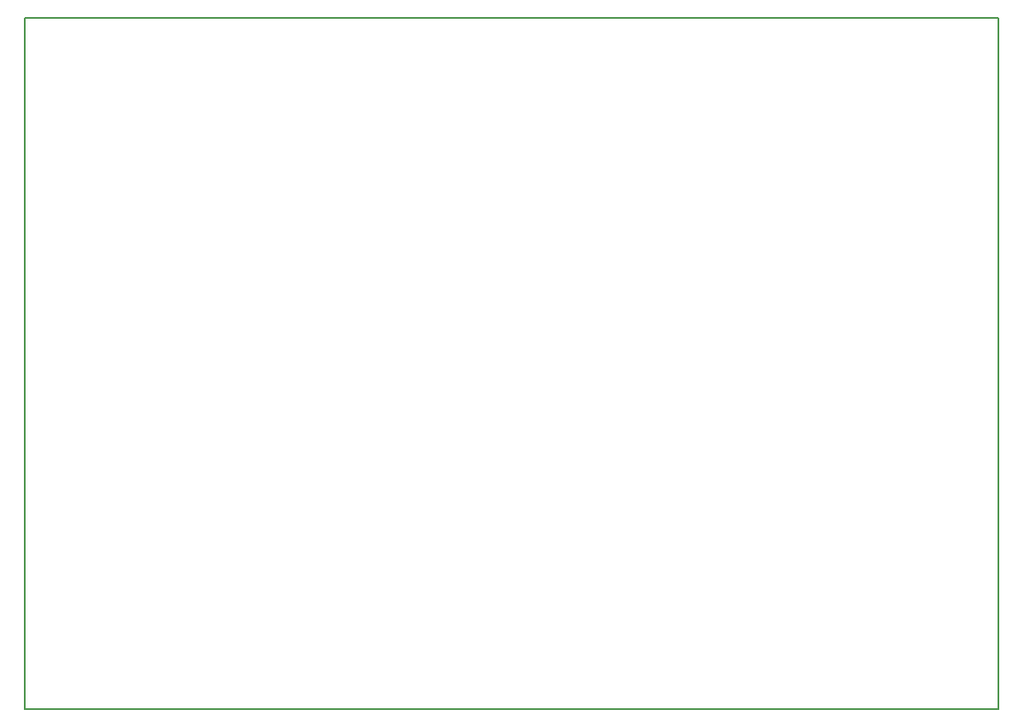
<source format=gm1>
G04 #@! TF.GenerationSoftware,KiCad,Pcbnew,(5.1.0-0)*
G04 #@! TF.CreationDate,2019-04-07T15:46:55-04:00*
G04 #@! TF.ProjectId,Sonocto,536f6e6f-6374-46f2-9e6b-696361645f70,rev?*
G04 #@! TF.SameCoordinates,Original*
G04 #@! TF.FileFunction,Profile,NP*
%FSLAX46Y46*%
G04 Gerber Fmt 4.6, Leading zero omitted, Abs format (unit mm)*
G04 Created by KiCad (PCBNEW (5.1.0-0)) date 2019-04-07 15:46:55*
%MOMM*%
%LPD*%
G04 APERTURE LIST*
%ADD10C,0.150000*%
G04 APERTURE END LIST*
D10*
X187960000Y-55880000D02*
X91440000Y-55880000D01*
X187960000Y-124460000D02*
X187960000Y-55880000D01*
X91440000Y-124460000D02*
X187960000Y-124460000D01*
X91440000Y-55880000D02*
X91440000Y-124460000D01*
M02*

</source>
